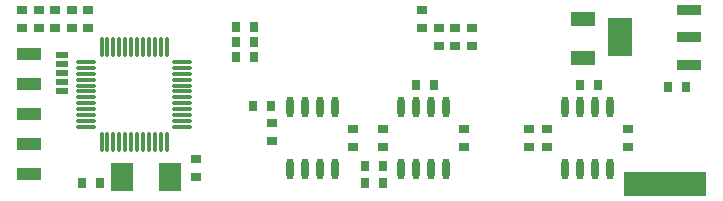
<source format=gbp>
%FSLAX25Y25*%
%MOIN*%
G70*
G01*
G75*
G04 Layer_Color=128*
%ADD10R,0.27559X0.07874*%
%ADD11R,0.07874X0.03937*%
%ADD12R,0.12500X0.07000*%
%ADD13R,0.21654X0.24803*%
%ADD14R,0.03740X0.06299*%
%ADD15R,0.03937X0.07874*%
%ADD16R,0.02559X0.04134*%
%ADD17R,0.03201X0.02799*%
%ADD18R,0.03200X0.02800*%
%ADD19R,0.02800X0.03200*%
%ADD20C,0.00800*%
%ADD21C,0.01200*%
%ADD22C,0.01000*%
%ADD23C,0.03000*%
%ADD24C,0.06299*%
%ADD25R,0.06299X0.06299*%
%ADD26C,0.02362*%
%ADD27O,0.02362X0.07087*%
%ADD28O,0.07087X0.01181*%
%ADD29O,0.01181X0.07087*%
%ADD30R,0.03937X0.01969*%
%ADD31R,0.08000X0.05000*%
%ADD32R,0.08465X0.03740*%
%ADD33R,0.08465X0.12795*%
%ADD34R,0.07480X0.09449*%
%ADD35C,0.02000*%
%ADD36C,0.05000*%
%ADD37C,0.00984*%
%ADD38C,0.00600*%
%ADD39C,0.00787*%
%ADD40C,0.00500*%
%ADD41C,0.00799*%
%ADD42C,0.02362*%
D10*
X218500Y6500D02*
D03*
D11*
X6500Y10000D02*
D03*
Y50000D02*
D03*
Y20000D02*
D03*
Y40000D02*
D03*
Y30000D02*
D03*
D18*
X9800Y64500D02*
D03*
Y58500D02*
D03*
X26300D02*
D03*
Y64500D02*
D03*
X20800D02*
D03*
Y58500D02*
D03*
X15300D02*
D03*
Y64500D02*
D03*
X4300D02*
D03*
Y58500D02*
D03*
X179000Y19000D02*
D03*
Y25000D02*
D03*
X124500D02*
D03*
Y19000D02*
D03*
X87500Y27000D02*
D03*
Y21000D02*
D03*
X206000Y19000D02*
D03*
Y25000D02*
D03*
X114500D02*
D03*
Y19000D02*
D03*
X148500Y52500D02*
D03*
Y58500D02*
D03*
X137500Y64500D02*
D03*
Y58500D02*
D03*
X143000Y52500D02*
D03*
Y58500D02*
D03*
X154000D02*
D03*
Y52500D02*
D03*
X173000Y25000D02*
D03*
Y19000D02*
D03*
X151500D02*
D03*
Y25000D02*
D03*
X62000Y9000D02*
D03*
Y15000D02*
D03*
D19*
X141500Y39500D02*
D03*
X135500D02*
D03*
X87000Y32500D02*
D03*
X81000D02*
D03*
X225500Y39000D02*
D03*
X219500D02*
D03*
X124500Y7000D02*
D03*
X118500D02*
D03*
X75500Y49000D02*
D03*
X81500D02*
D03*
Y54000D02*
D03*
X75500D02*
D03*
Y59000D02*
D03*
X81500D02*
D03*
X196000Y39500D02*
D03*
X190000D02*
D03*
X118500Y12500D02*
D03*
X124500D02*
D03*
X24000Y7000D02*
D03*
X30000D02*
D03*
D27*
X145500Y11764D02*
D03*
X140500D02*
D03*
X135500D02*
D03*
X130500D02*
D03*
X145500Y32236D02*
D03*
X140500D02*
D03*
X135500D02*
D03*
X130500D02*
D03*
X185000D02*
D03*
X190000D02*
D03*
X195000D02*
D03*
X200000D02*
D03*
X185000Y11764D02*
D03*
X190000D02*
D03*
X195000D02*
D03*
X200000D02*
D03*
X93500Y32236D02*
D03*
X98500D02*
D03*
X103500D02*
D03*
X108500D02*
D03*
X93500Y11764D02*
D03*
X98500D02*
D03*
X103500D02*
D03*
X108500D02*
D03*
D28*
X57445Y25673D02*
D03*
Y27642D02*
D03*
Y29610D02*
D03*
Y31579D02*
D03*
Y33547D02*
D03*
Y35516D02*
D03*
Y37484D02*
D03*
Y39453D02*
D03*
Y41421D02*
D03*
Y43390D02*
D03*
Y45358D02*
D03*
Y47327D02*
D03*
X25555D02*
D03*
Y45358D02*
D03*
Y43390D02*
D03*
Y41421D02*
D03*
Y39453D02*
D03*
Y37484D02*
D03*
Y35516D02*
D03*
Y33547D02*
D03*
Y31579D02*
D03*
Y29610D02*
D03*
Y27642D02*
D03*
Y25673D02*
D03*
D29*
X52327Y52445D02*
D03*
X50358D02*
D03*
X48390D02*
D03*
X46421D02*
D03*
X44453D02*
D03*
X42484D02*
D03*
X40516D02*
D03*
X38547D02*
D03*
X36579D02*
D03*
X34610D02*
D03*
X32642D02*
D03*
X30673D02*
D03*
Y20555D02*
D03*
X32642D02*
D03*
X34610D02*
D03*
X36579D02*
D03*
X38547D02*
D03*
X40516D02*
D03*
X42484D02*
D03*
X44453D02*
D03*
X46421D02*
D03*
X48390D02*
D03*
X50358D02*
D03*
X52327D02*
D03*
D30*
X17500Y37500D02*
D03*
Y43500D02*
D03*
Y49500D02*
D03*
X17501Y46500D02*
D03*
Y40500D02*
D03*
D31*
X191000Y48500D02*
D03*
Y61500D02*
D03*
D32*
X226417Y64555D02*
D03*
Y55500D02*
D03*
Y46445D02*
D03*
D33*
X203583Y55500D02*
D03*
D34*
X37429Y9000D02*
D03*
X53571D02*
D03*
M02*

</source>
